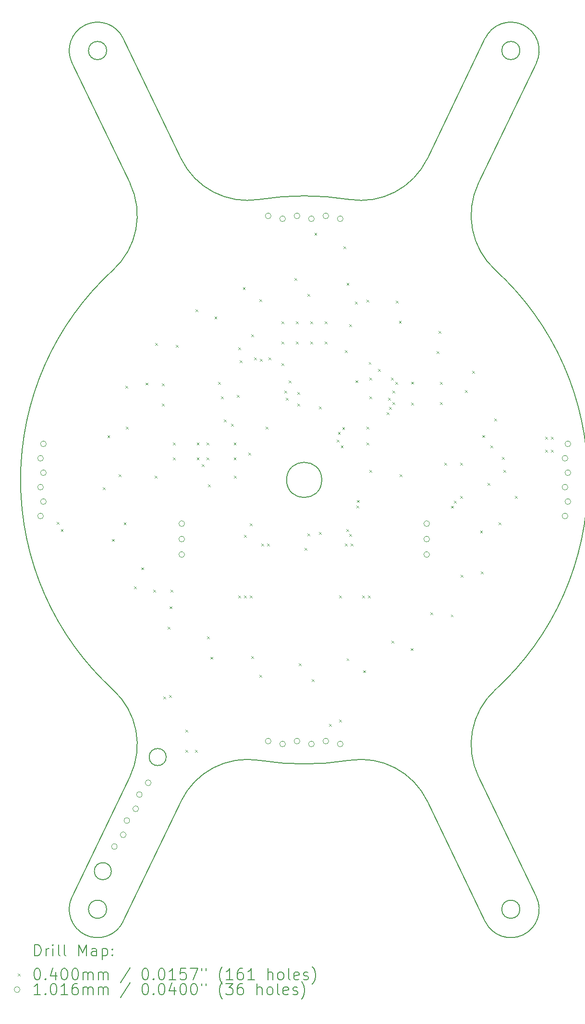
<source format=gbr>
%FSLAX45Y45*%
G04 Gerber Fmt 4.5, Leading zero omitted, Abs format (unit mm)*
G04 Created by KiCad (PCBNEW (6.0.0-0)) date 2022-03-22 21:17:44*
%MOMM*%
%LPD*%
G01*
G04 APERTURE LIST*
%TA.AperFunction,Profile*%
%ADD10C,0.200000*%
%TD*%
%ADD11C,0.200000*%
%ADD12C,0.040000*%
%ADD13C,0.101600*%
G04 APERTURE END LIST*
D10*
X12883000Y-10134600D02*
G75*
G03*
X12883000Y-10134600I-310000J0D01*
G01*
X9205810Y-6438382D02*
G75*
G03*
X9501431Y-4912966I-875470J961017D01*
G01*
X16375546Y-17692640D02*
G75*
G03*
X16375546Y-17692640I-160000J0D01*
G01*
X15644569Y-4912966D02*
G75*
G03*
X15940190Y-6438382I1171091J-564399D01*
G01*
X9173189Y-17022498D02*
G75*
G03*
X9173189Y-17022498I-150000J0D01*
G01*
X16375546Y-2576561D02*
G75*
G03*
X16375546Y-2576561I-160000J0D01*
G01*
X15940190Y-13830818D02*
G75*
G03*
X15644569Y-15356234I875470J-961017D01*
G01*
X16665965Y-2793637D02*
X15644569Y-4912966D01*
X10402270Y-4478813D02*
G75*
G03*
X11779635Y-5197944I1171091J564399D01*
G01*
X9501431Y-4912966D02*
X8480035Y-2793637D01*
X15940190Y-13830818D02*
G75*
G03*
X15940190Y-6438382I-3367190J3696218D01*
G01*
X14743730Y-15790387D02*
G75*
G03*
X13366364Y-15071256I-1171091J-564399D01*
G01*
X9501431Y-15356234D02*
G75*
G03*
X9205810Y-13830818I-1171091J564399D01*
G01*
X10402270Y-15790387D02*
X9380874Y-17909716D01*
X15765126Y-17909716D02*
G75*
G03*
X16665965Y-17475563I450420J217077D01*
G01*
X14743730Y-4478813D02*
X15765126Y-2359484D01*
X11779635Y-15071256D02*
G75*
G03*
X13366364Y-15071256I793365J4936654D01*
G01*
X13366364Y-5197944D02*
G75*
G03*
X14743730Y-4478813I206275J1283531D01*
G01*
X8480035Y-17475563D02*
X9501431Y-15356234D01*
X9090454Y-17692640D02*
G75*
G03*
X9090454Y-17692640I-160000J0D01*
G01*
X9380874Y-2359484D02*
G75*
G03*
X8480035Y-2793637I-450420J-217077D01*
G01*
X15765126Y-17909716D02*
X14743730Y-15790387D01*
X8480035Y-17475563D02*
G75*
G03*
X9380874Y-17909716I450419J-217077D01*
G01*
X13366364Y-5197944D02*
G75*
G03*
X11779635Y-5197944I-793365J-4936654D01*
G01*
X10140249Y-15013096D02*
G75*
G03*
X10140249Y-15013096I-150000J0D01*
G01*
X15644569Y-15356234D02*
X16665965Y-17475563D01*
X9090454Y-2576561D02*
G75*
G03*
X9090454Y-2576561I-160000J0D01*
G01*
X16665965Y-2793637D02*
G75*
G03*
X15765126Y-2359484I-450420J217077D01*
G01*
X9205810Y-6438382D02*
G75*
G03*
X9205810Y-13830818I3367190J-3696218D01*
G01*
X9380874Y-2359484D02*
X10402270Y-4478813D01*
X11779635Y-15071256D02*
G75*
G03*
X10402270Y-15790387I-206275J-1283531D01*
G01*
D11*
D12*
X8209600Y-10876600D02*
X8249600Y-10916600D01*
X8249600Y-10876600D02*
X8209600Y-10916600D01*
X8282050Y-11003600D02*
X8322050Y-11043600D01*
X8322050Y-11003600D02*
X8282050Y-11043600D01*
X9022400Y-10267000D02*
X9062400Y-10307000D01*
X9062400Y-10267000D02*
X9022400Y-10307000D01*
X9103258Y-9348021D02*
X9143258Y-9388021D01*
X9143258Y-9348021D02*
X9103258Y-9388021D01*
X9182146Y-11175594D02*
X9222146Y-11215594D01*
X9222146Y-11175594D02*
X9182146Y-11215594D01*
X9301800Y-10038400D02*
X9341800Y-10078400D01*
X9341800Y-10038400D02*
X9301800Y-10078400D01*
X9392860Y-10882469D02*
X9432860Y-10922469D01*
X9432860Y-10882469D02*
X9392860Y-10922469D01*
X9419211Y-8481282D02*
X9459211Y-8521282D01*
X9459211Y-8481282D02*
X9419211Y-8521282D01*
X9432304Y-9199524D02*
X9472304Y-9239524D01*
X9472304Y-9199524D02*
X9432304Y-9239524D01*
X9571611Y-12011882D02*
X9611611Y-12051882D01*
X9611611Y-12011882D02*
X9571611Y-12051882D01*
X9699278Y-11674209D02*
X9739278Y-11714209D01*
X9739278Y-11674209D02*
X9699278Y-11714209D01*
X9775478Y-8423009D02*
X9815478Y-8463009D01*
X9815478Y-8423009D02*
X9775478Y-8463009D01*
X9911400Y-12070400D02*
X9951400Y-12110400D01*
X9951400Y-12070400D02*
X9911400Y-12110400D01*
X9936800Y-10063800D02*
X9976800Y-10103800D01*
X9976800Y-10063800D02*
X9936800Y-10103800D01*
X9948726Y-7725852D02*
X9988726Y-7765852D01*
X9988726Y-7725852D02*
X9948726Y-7765852D01*
X10063800Y-8438200D02*
X10103800Y-8478200D01*
X10103800Y-8438200D02*
X10063800Y-8478200D01*
X10063800Y-8793800D02*
X10103800Y-8833800D01*
X10103800Y-8793800D02*
X10063800Y-8833800D01*
X10089200Y-13950000D02*
X10129200Y-13990000D01*
X10129200Y-13950000D02*
X10089200Y-13990000D01*
X10164252Y-12718874D02*
X10204252Y-12758874D01*
X10204252Y-12718874D02*
X10164252Y-12758874D01*
X10190800Y-13924600D02*
X10230800Y-13964600D01*
X10230800Y-13924600D02*
X10190800Y-13964600D01*
X10200173Y-12359664D02*
X10240173Y-12399664D01*
X10240173Y-12359664D02*
X10200173Y-12399664D01*
X10216200Y-12070400D02*
X10256200Y-12110400D01*
X10256200Y-12070400D02*
X10216200Y-12110400D01*
X10260000Y-9480000D02*
X10300000Y-9520000D01*
X10300000Y-9480000D02*
X10260000Y-9520000D01*
X10260000Y-9740000D02*
X10300000Y-9780000D01*
X10300000Y-9740000D02*
X10260000Y-9780000D01*
X10307936Y-7761773D02*
X10347936Y-7801773D01*
X10347936Y-7761773D02*
X10307936Y-7801773D01*
X10478328Y-14889800D02*
X10518328Y-14929800D01*
X10518328Y-14889800D02*
X10478328Y-14929800D01*
X10478836Y-14530800D02*
X10518836Y-14570800D01*
X10518836Y-14530800D02*
X10478836Y-14570800D01*
X10648000Y-14889800D02*
X10688000Y-14929800D01*
X10688000Y-14889800D02*
X10648000Y-14929800D01*
X10655718Y-7133211D02*
X10695718Y-7173211D01*
X10695718Y-7133211D02*
X10655718Y-7173211D01*
X10680000Y-9480000D02*
X10720000Y-9520000D01*
X10720000Y-9480000D02*
X10680000Y-9520000D01*
X10680000Y-9740000D02*
X10720000Y-9780000D01*
X10720000Y-9740000D02*
X10680000Y-9780000D01*
X10770000Y-9860000D02*
X10810000Y-9900000D01*
X10810000Y-9860000D02*
X10770000Y-9900000D01*
X10850000Y-9480000D02*
X10890000Y-9520000D01*
X10890000Y-9480000D02*
X10850000Y-9520000D01*
X10850000Y-9740000D02*
X10890000Y-9780000D01*
X10890000Y-9740000D02*
X10850000Y-9780000D01*
X10861409Y-12892122D02*
X10901409Y-12932122D01*
X10901409Y-12892122D02*
X10861409Y-12932122D01*
X10876600Y-10216200D02*
X10916600Y-10256200D01*
X10916600Y-10216200D02*
X10876600Y-10256200D01*
X10919682Y-13248389D02*
X10959682Y-13288389D01*
X10959682Y-13248389D02*
X10919682Y-13288389D01*
X10993391Y-7260878D02*
X11033391Y-7300878D01*
X11033391Y-7260878D02*
X10993391Y-7300878D01*
X11054400Y-8412800D02*
X11094400Y-8452800D01*
X11094400Y-8412800D02*
X11054400Y-8452800D01*
X11105200Y-8666800D02*
X11145200Y-8706800D01*
X11145200Y-8666800D02*
X11105200Y-8706800D01*
X11156000Y-9073200D02*
X11196000Y-9113200D01*
X11196000Y-9073200D02*
X11156000Y-9113200D01*
X11283000Y-9149400D02*
X11323000Y-9189400D01*
X11323000Y-9149400D02*
X11283000Y-9189400D01*
X11330000Y-9480000D02*
X11370000Y-9520000D01*
X11370000Y-9480000D02*
X11330000Y-9520000D01*
X11330000Y-9740000D02*
X11370000Y-9780000D01*
X11370000Y-9740000D02*
X11330000Y-9780000D01*
X11333800Y-10063800D02*
X11373800Y-10103800D01*
X11373800Y-10063800D02*
X11333800Y-10103800D01*
X11384600Y-8641400D02*
X11424600Y-8681400D01*
X11424600Y-8641400D02*
X11384600Y-8681400D01*
X11410000Y-7803200D02*
X11450000Y-7843200D01*
X11450000Y-7803200D02*
X11410000Y-7843200D01*
X11410000Y-12172000D02*
X11450000Y-12212000D01*
X11450000Y-12172000D02*
X11410000Y-12212000D01*
X11435400Y-8031800D02*
X11475400Y-8071800D01*
X11475400Y-8031800D02*
X11435400Y-8071800D01*
X11492006Y-6743746D02*
X11532006Y-6783746D01*
X11532006Y-6743746D02*
X11492006Y-6783746D01*
X11511600Y-11105200D02*
X11551600Y-11145200D01*
X11551600Y-11105200D02*
X11511600Y-11145200D01*
X11511600Y-12172000D02*
X11551600Y-12212000D01*
X11551600Y-12172000D02*
X11511600Y-12212000D01*
X11587800Y-9657400D02*
X11627800Y-9697400D01*
X11627800Y-9657400D02*
X11587800Y-9697400D01*
X11613200Y-10902000D02*
X11653200Y-10942000D01*
X11653200Y-10902000D02*
X11613200Y-10942000D01*
X11613200Y-12172000D02*
X11653200Y-12212000D01*
X11653200Y-12172000D02*
X11613200Y-12212000D01*
X11637924Y-13235296D02*
X11677924Y-13275296D01*
X11677924Y-13235296D02*
X11637924Y-13275296D01*
X11638600Y-7574600D02*
X11678600Y-7614600D01*
X11678600Y-7574600D02*
X11638600Y-7614600D01*
X11689400Y-7981000D02*
X11729400Y-8021000D01*
X11729400Y-7981000D02*
X11689400Y-8021000D01*
X11785131Y-6954460D02*
X11825131Y-6994460D01*
X11825131Y-6954460D02*
X11785131Y-6994460D01*
X11786421Y-13564342D02*
X11826421Y-13604342D01*
X11826421Y-13564342D02*
X11786421Y-13604342D01*
X11791000Y-8006400D02*
X11831000Y-8046400D01*
X11831000Y-8006400D02*
X11791000Y-8046400D01*
X11816400Y-11257600D02*
X11856400Y-11297600D01*
X11856400Y-11257600D02*
X11816400Y-11297600D01*
X11892600Y-9200200D02*
X11932600Y-9240200D01*
X11932600Y-9200200D02*
X11892600Y-9240200D01*
X11918000Y-11257600D02*
X11958000Y-11297600D01*
X11958000Y-11257600D02*
X11918000Y-11297600D01*
X11943400Y-7981000D02*
X11983400Y-8021000D01*
X11983400Y-7981000D02*
X11943400Y-8021000D01*
X12172000Y-7346000D02*
X12212000Y-7386000D01*
X12212000Y-7346000D02*
X12172000Y-7386000D01*
X12172000Y-7701600D02*
X12212000Y-7741600D01*
X12212000Y-7701600D02*
X12172000Y-7741600D01*
X12172000Y-8082600D02*
X12212000Y-8122600D01*
X12212000Y-8082600D02*
X12172000Y-8122600D01*
X12222800Y-8565200D02*
X12262800Y-8605200D01*
X12262800Y-8565200D02*
X12222800Y-8605200D01*
X12248200Y-8692200D02*
X12288200Y-8732200D01*
X12288200Y-8692200D02*
X12248200Y-8732200D01*
X12299000Y-8387400D02*
X12339000Y-8427400D01*
X12339000Y-8387400D02*
X12299000Y-8427400D01*
X12400600Y-6584000D02*
X12440600Y-6624000D01*
X12440600Y-6584000D02*
X12400600Y-6624000D01*
X12426000Y-7346000D02*
X12466000Y-7386000D01*
X12466000Y-7346000D02*
X12426000Y-7386000D01*
X12426000Y-7701600D02*
X12466000Y-7741600D01*
X12466000Y-7701600D02*
X12426000Y-7741600D01*
X12451400Y-8590600D02*
X12491400Y-8630600D01*
X12491400Y-8590600D02*
X12451400Y-8630600D01*
X12451400Y-8793800D02*
X12491400Y-8833800D01*
X12491400Y-8793800D02*
X12451400Y-8833800D01*
X12476800Y-13365800D02*
X12516800Y-13405800D01*
X12516800Y-13365800D02*
X12476800Y-13405800D01*
X12578400Y-11333800D02*
X12618400Y-11373800D01*
X12618400Y-11333800D02*
X12578400Y-11373800D01*
X12629200Y-6863400D02*
X12669200Y-6903400D01*
X12669200Y-6863400D02*
X12629200Y-6903400D01*
X12629200Y-11079800D02*
X12669200Y-11119800D01*
X12669200Y-11079800D02*
X12629200Y-11119800D01*
X12680000Y-7346000D02*
X12720000Y-7386000D01*
X12720000Y-7346000D02*
X12680000Y-7386000D01*
X12680000Y-7701600D02*
X12720000Y-7741600D01*
X12720000Y-7701600D02*
X12680000Y-7741600D01*
X12705400Y-13645200D02*
X12745400Y-13685200D01*
X12745400Y-13645200D02*
X12705400Y-13685200D01*
X12752450Y-5783470D02*
X12792450Y-5823470D01*
X12792450Y-5783470D02*
X12752450Y-5823470D01*
X12832400Y-11054400D02*
X12872400Y-11094400D01*
X12872400Y-11054400D02*
X12832400Y-11094400D01*
X12833600Y-8844600D02*
X12873600Y-8884600D01*
X12873600Y-8844600D02*
X12833600Y-8884600D01*
X12934000Y-7346000D02*
X12974000Y-7386000D01*
X12974000Y-7346000D02*
X12934000Y-7386000D01*
X12934000Y-7701600D02*
X12974000Y-7741600D01*
X12974000Y-7701600D02*
X12934000Y-7741600D01*
X13010200Y-14432600D02*
X13050200Y-14472600D01*
X13050200Y-14432600D02*
X13010200Y-14472600D01*
X13147550Y-9428800D02*
X13187550Y-9468800D01*
X13187550Y-9428800D02*
X13147550Y-9468800D01*
X13168770Y-9288770D02*
X13208770Y-9328770D01*
X13208770Y-9288770D02*
X13168770Y-9328770D01*
X13188000Y-12172000D02*
X13228000Y-12212000D01*
X13228000Y-12172000D02*
X13188000Y-12212000D01*
X13188000Y-14356400D02*
X13228000Y-14396400D01*
X13228000Y-14356400D02*
X13188000Y-14396400D01*
X13220000Y-9530000D02*
X13260000Y-9570000D01*
X13260000Y-9530000D02*
X13220000Y-9570000D01*
X13244550Y-9203770D02*
X13284550Y-9243770D01*
X13284550Y-9203770D02*
X13244550Y-9243770D01*
X13264200Y-6025200D02*
X13304200Y-6065200D01*
X13304200Y-6025200D02*
X13264200Y-6065200D01*
X13289600Y-7854000D02*
X13329600Y-7894000D01*
X13329600Y-7854000D02*
X13289600Y-7894000D01*
X13289600Y-11257600D02*
X13329600Y-11297600D01*
X13329600Y-11257600D02*
X13289600Y-11297600D01*
X13315000Y-11001060D02*
X13355000Y-11041060D01*
X13355000Y-11001060D02*
X13315000Y-11041060D01*
X13319579Y-6664858D02*
X13359579Y-6704858D01*
X13359579Y-6664858D02*
X13319579Y-6704858D01*
X13320869Y-13274740D02*
X13360869Y-13314740D01*
X13360869Y-13274740D02*
X13320869Y-13314740D01*
X13365800Y-7396800D02*
X13405800Y-7436800D01*
X13405800Y-7396800D02*
X13365800Y-7436800D01*
X13369186Y-11085048D02*
X13409186Y-11125048D01*
X13409186Y-11085048D02*
X13369186Y-11125048D01*
X13391200Y-11257600D02*
X13431200Y-11297600D01*
X13431200Y-11257600D02*
X13391200Y-11297600D01*
X13468076Y-6993904D02*
X13508076Y-7033904D01*
X13508076Y-6993904D02*
X13468076Y-7033904D01*
X13480000Y-8380000D02*
X13520000Y-8420000D01*
X13520000Y-8380000D02*
X13480000Y-8420000D01*
X13491745Y-10589609D02*
X13531745Y-10629609D01*
X13531745Y-10589609D02*
X13491745Y-10629609D01*
X13500000Y-10490000D02*
X13540000Y-10530000D01*
X13540000Y-10490000D02*
X13500000Y-10530000D01*
X13594400Y-12172000D02*
X13634400Y-12212000D01*
X13634400Y-12172000D02*
X13594400Y-12212000D01*
X13613994Y-13485454D02*
X13653994Y-13525454D01*
X13653994Y-13485454D02*
X13613994Y-13525454D01*
X13670600Y-6965000D02*
X13710600Y-7005000D01*
X13710600Y-6965000D02*
X13670600Y-7005000D01*
X13670600Y-9200200D02*
X13710600Y-9240200D01*
X13710600Y-9200200D02*
X13670600Y-9240200D01*
X13670600Y-9479600D02*
X13710600Y-9519600D01*
X13710600Y-9479600D02*
X13670600Y-9519600D01*
X13696000Y-12172000D02*
X13736000Y-12212000D01*
X13736000Y-12172000D02*
X13696000Y-12212000D01*
X13710000Y-8060000D02*
X13750000Y-8100000D01*
X13750000Y-8060000D02*
X13710000Y-8100000D01*
X13721400Y-8336600D02*
X13761400Y-8376600D01*
X13761400Y-8336600D02*
X13721400Y-8376600D01*
X13721400Y-8666800D02*
X13761400Y-8706800D01*
X13761400Y-8666800D02*
X13721400Y-8706800D01*
X13721400Y-9962200D02*
X13761400Y-10002200D01*
X13761400Y-9962200D02*
X13721400Y-10002200D01*
X13873800Y-8184200D02*
X13913800Y-8224200D01*
X13913800Y-8184200D02*
X13873800Y-8224200D01*
X14026200Y-8946200D02*
X14066200Y-8986200D01*
X14066200Y-8946200D02*
X14026200Y-8986200D01*
X14051600Y-8692200D02*
X14091600Y-8732200D01*
X14091600Y-8692200D02*
X14051600Y-8732200D01*
X14070418Y-8850237D02*
X14110418Y-8890237D01*
X14110418Y-8850237D02*
X14070418Y-8890237D01*
X14102400Y-8336600D02*
X14142400Y-8376600D01*
X14142400Y-8336600D02*
X14102400Y-8376600D01*
X14112609Y-12968322D02*
X14152609Y-13008322D01*
X14152609Y-12968322D02*
X14112609Y-13008322D01*
X14127800Y-8565200D02*
X14167800Y-8605200D01*
X14167800Y-8565200D02*
X14127800Y-8605200D01*
X14127800Y-8768400D02*
X14167800Y-8808400D01*
X14167800Y-8768400D02*
X14127800Y-8808400D01*
X14178600Y-8412800D02*
X14218600Y-8452800D01*
X14218600Y-8412800D02*
X14178600Y-8452800D01*
X14186318Y-6980811D02*
X14226318Y-7020811D01*
X14226318Y-6980811D02*
X14186318Y-7020811D01*
X14244591Y-7337078D02*
X14284591Y-7377078D01*
X14284591Y-7337078D02*
X14244591Y-7377078D01*
X14254800Y-10038400D02*
X14294800Y-10078400D01*
X14294800Y-10038400D02*
X14254800Y-10078400D01*
X14450282Y-13095989D02*
X14490282Y-13135989D01*
X14490282Y-13095989D02*
X14450282Y-13135989D01*
X14458762Y-8405688D02*
X14498762Y-8445688D01*
X14498762Y-8405688D02*
X14458762Y-8445688D01*
X14458762Y-8775512D02*
X14498762Y-8815512D01*
X14498762Y-8775512D02*
X14458762Y-8815512D01*
X14798064Y-12467427D02*
X14838064Y-12507427D01*
X14838064Y-12467427D02*
X14798064Y-12507427D01*
X14905827Y-7869536D02*
X14945827Y-7909536D01*
X14945827Y-7869536D02*
X14905827Y-7909536D01*
X14941748Y-7510326D02*
X14981748Y-7550326D01*
X14981748Y-7510326D02*
X14941748Y-7550326D01*
X14966762Y-8412800D02*
X15006762Y-8452800D01*
X15006762Y-8412800D02*
X14966762Y-8452800D01*
X14966762Y-8768400D02*
X15006762Y-8808400D01*
X15006762Y-8768400D02*
X14966762Y-8808400D01*
X15042200Y-9835200D02*
X15082200Y-9875200D01*
X15082200Y-9835200D02*
X15042200Y-9875200D01*
X15157274Y-12503348D02*
X15197274Y-12543348D01*
X15197274Y-12503348D02*
X15157274Y-12543348D01*
X15160000Y-10590000D02*
X15200000Y-10630000D01*
X15200000Y-10590000D02*
X15160000Y-10630000D01*
X15210000Y-10500000D02*
X15250000Y-10540000D01*
X15250000Y-10500000D02*
X15210000Y-10540000D01*
X15321600Y-9835200D02*
X15361600Y-9875200D01*
X15361600Y-9835200D02*
X15321600Y-9875200D01*
X15321600Y-10419400D02*
X15361600Y-10459400D01*
X15361600Y-10419400D02*
X15321600Y-10459400D01*
X15330522Y-11806191D02*
X15370522Y-11846191D01*
X15370522Y-11806191D02*
X15330522Y-11846191D01*
X15406722Y-8554991D02*
X15446722Y-8594991D01*
X15446722Y-8554991D02*
X15406722Y-8594991D01*
X15534389Y-8217318D02*
X15574389Y-8257318D01*
X15574389Y-8217318D02*
X15534389Y-8257318D01*
X15673696Y-11029676D02*
X15713696Y-11069676D01*
X15713696Y-11029676D02*
X15673696Y-11069676D01*
X15686789Y-11747918D02*
X15726789Y-11787918D01*
X15726789Y-11747918D02*
X15686789Y-11787918D01*
X15713140Y-9346731D02*
X15753140Y-9386731D01*
X15753140Y-9346731D02*
X15713140Y-9386731D01*
X15804200Y-10190800D02*
X15844200Y-10230800D01*
X15844200Y-10190800D02*
X15804200Y-10230800D01*
X15855000Y-9530400D02*
X15895000Y-9570400D01*
X15895000Y-9530400D02*
X15855000Y-9570400D01*
X15923854Y-9053606D02*
X15963854Y-9093606D01*
X15963854Y-9053606D02*
X15923854Y-9093606D01*
X16002742Y-10881179D02*
X16042742Y-10921179D01*
X16042742Y-10881179D02*
X16002742Y-10921179D01*
X16058200Y-9733600D02*
X16098200Y-9773600D01*
X16098200Y-9733600D02*
X16058200Y-9773600D01*
X16083600Y-9962200D02*
X16123600Y-10002200D01*
X16123600Y-9962200D02*
X16083600Y-10002200D01*
X16286800Y-10419400D02*
X16326800Y-10459400D01*
X16326800Y-10419400D02*
X16286800Y-10459400D01*
X16820200Y-9378000D02*
X16860200Y-9418000D01*
X16860200Y-9378000D02*
X16820200Y-9418000D01*
X16820200Y-9606600D02*
X16860200Y-9646600D01*
X16860200Y-9606600D02*
X16820200Y-9646600D01*
X16921800Y-9378000D02*
X16961800Y-9418000D01*
X16961800Y-9378000D02*
X16921800Y-9418000D01*
X16921800Y-9606600D02*
X16961800Y-9646600D01*
X16961800Y-9606600D02*
X16921800Y-9646600D01*
D13*
X7975600Y-9753600D02*
G75*
G03*
X7975600Y-9753600I-50800J0D01*
G01*
X7975600Y-10261600D02*
G75*
G03*
X7975600Y-10261600I-50800J0D01*
G01*
X7975600Y-10769600D02*
G75*
G03*
X7975600Y-10769600I-50800J0D01*
G01*
X8026400Y-9499600D02*
G75*
G03*
X8026400Y-9499600I-50800J0D01*
G01*
X8026400Y-10007600D02*
G75*
G03*
X8026400Y-10007600I-50800J0D01*
G01*
X8026400Y-10515600D02*
G75*
G03*
X8026400Y-10515600I-50800J0D01*
G01*
X9277539Y-16588569D02*
G75*
G03*
X9277539Y-16588569I-50800J0D01*
G01*
X9433463Y-16381725D02*
G75*
G03*
X9433463Y-16381725I-50800J0D01*
G01*
X9497838Y-16130822D02*
G75*
G03*
X9497838Y-16130822I-50800J0D01*
G01*
X9653762Y-15923978D02*
G75*
G03*
X9653762Y-15923978I-50800J0D01*
G01*
X9718137Y-15673075D02*
G75*
G03*
X9718137Y-15673075I-50800J0D01*
G01*
X9874061Y-15466231D02*
G75*
G03*
X9874061Y-15466231I-50800J0D01*
G01*
X10464800Y-10904220D02*
G75*
G03*
X10464800Y-10904220I-50800J0D01*
G01*
X10464800Y-11176000D02*
G75*
G03*
X10464800Y-11176000I-50800J0D01*
G01*
X10464800Y-11447780D02*
G75*
G03*
X10464800Y-11447780I-50800J0D01*
G01*
X11988800Y-5486400D02*
G75*
G03*
X11988800Y-5486400I-50800J0D01*
G01*
X11988800Y-14732000D02*
G75*
G03*
X11988800Y-14732000I-50800J0D01*
G01*
X12242800Y-5537200D02*
G75*
G03*
X12242800Y-5537200I-50800J0D01*
G01*
X12242800Y-14782800D02*
G75*
G03*
X12242800Y-14782800I-50800J0D01*
G01*
X12496800Y-5486400D02*
G75*
G03*
X12496800Y-5486400I-50800J0D01*
G01*
X12496800Y-14732000D02*
G75*
G03*
X12496800Y-14732000I-50800J0D01*
G01*
X12750800Y-5537200D02*
G75*
G03*
X12750800Y-5537200I-50800J0D01*
G01*
X12750800Y-14782800D02*
G75*
G03*
X12750800Y-14782800I-50800J0D01*
G01*
X13004800Y-5486400D02*
G75*
G03*
X13004800Y-5486400I-50800J0D01*
G01*
X13004800Y-14732000D02*
G75*
G03*
X13004800Y-14732000I-50800J0D01*
G01*
X13258800Y-5537200D02*
G75*
G03*
X13258800Y-5537200I-50800J0D01*
G01*
X13258800Y-14782800D02*
G75*
G03*
X13258800Y-14782800I-50800J0D01*
G01*
X14782800Y-10904220D02*
G75*
G03*
X14782800Y-10904220I-50800J0D01*
G01*
X14782800Y-11176000D02*
G75*
G03*
X14782800Y-11176000I-50800J0D01*
G01*
X14782800Y-11447780D02*
G75*
G03*
X14782800Y-11447780I-50800J0D01*
G01*
X17221200Y-9753600D02*
G75*
G03*
X17221200Y-9753600I-50800J0D01*
G01*
X17221200Y-10261600D02*
G75*
G03*
X17221200Y-10261600I-50800J0D01*
G01*
X17221200Y-10769600D02*
G75*
G03*
X17221200Y-10769600I-50800J0D01*
G01*
X17272000Y-9499600D02*
G75*
G03*
X17272000Y-9499600I-50800J0D01*
G01*
X17272000Y-10007600D02*
G75*
G03*
X17272000Y-10007600I-50800J0D01*
G01*
X17272000Y-10515600D02*
G75*
G03*
X17272000Y-10515600I-50800J0D01*
G01*
D11*
X7820619Y-18513116D02*
X7820619Y-18313116D01*
X7868238Y-18313116D01*
X7896809Y-18322640D01*
X7915857Y-18341687D01*
X7925381Y-18360735D01*
X7934905Y-18398830D01*
X7934905Y-18427402D01*
X7925381Y-18465497D01*
X7915857Y-18484544D01*
X7896809Y-18503592D01*
X7868238Y-18513116D01*
X7820619Y-18513116D01*
X8020619Y-18513116D02*
X8020619Y-18379783D01*
X8020619Y-18417878D02*
X8030143Y-18398830D01*
X8039667Y-18389306D01*
X8058714Y-18379783D01*
X8077762Y-18379783D01*
X8144428Y-18513116D02*
X8144428Y-18379783D01*
X8144428Y-18313116D02*
X8134905Y-18322640D01*
X8144428Y-18332164D01*
X8153952Y-18322640D01*
X8144428Y-18313116D01*
X8144428Y-18332164D01*
X8268238Y-18513116D02*
X8249190Y-18503592D01*
X8239667Y-18484544D01*
X8239667Y-18313116D01*
X8373000Y-18513116D02*
X8353952Y-18503592D01*
X8344428Y-18484544D01*
X8344428Y-18313116D01*
X8601571Y-18513116D02*
X8601571Y-18313116D01*
X8668238Y-18455973D01*
X8734905Y-18313116D01*
X8734905Y-18513116D01*
X8915857Y-18513116D02*
X8915857Y-18408354D01*
X8906333Y-18389306D01*
X8887286Y-18379783D01*
X8849190Y-18379783D01*
X8830143Y-18389306D01*
X8915857Y-18503592D02*
X8896810Y-18513116D01*
X8849190Y-18513116D01*
X8830143Y-18503592D01*
X8820619Y-18484544D01*
X8820619Y-18465497D01*
X8830143Y-18446449D01*
X8849190Y-18436925D01*
X8896810Y-18436925D01*
X8915857Y-18427402D01*
X9011095Y-18379783D02*
X9011095Y-18579783D01*
X9011095Y-18389306D02*
X9030143Y-18379783D01*
X9068238Y-18379783D01*
X9087286Y-18389306D01*
X9096810Y-18398830D01*
X9106333Y-18417878D01*
X9106333Y-18475021D01*
X9096810Y-18494068D01*
X9087286Y-18503592D01*
X9068238Y-18513116D01*
X9030143Y-18513116D01*
X9011095Y-18503592D01*
X9192048Y-18494068D02*
X9201571Y-18503592D01*
X9192048Y-18513116D01*
X9182524Y-18503592D01*
X9192048Y-18494068D01*
X9192048Y-18513116D01*
X9192048Y-18389306D02*
X9201571Y-18398830D01*
X9192048Y-18408354D01*
X9182524Y-18398830D01*
X9192048Y-18389306D01*
X9192048Y-18408354D01*
D12*
X7523000Y-18822640D02*
X7563000Y-18862640D01*
X7563000Y-18822640D02*
X7523000Y-18862640D01*
D11*
X7858714Y-18733116D02*
X7877762Y-18733116D01*
X7896809Y-18742640D01*
X7906333Y-18752164D01*
X7915857Y-18771211D01*
X7925381Y-18809306D01*
X7925381Y-18856925D01*
X7915857Y-18895021D01*
X7906333Y-18914068D01*
X7896809Y-18923592D01*
X7877762Y-18933116D01*
X7858714Y-18933116D01*
X7839667Y-18923592D01*
X7830143Y-18914068D01*
X7820619Y-18895021D01*
X7811095Y-18856925D01*
X7811095Y-18809306D01*
X7820619Y-18771211D01*
X7830143Y-18752164D01*
X7839667Y-18742640D01*
X7858714Y-18733116D01*
X8011095Y-18914068D02*
X8020619Y-18923592D01*
X8011095Y-18933116D01*
X8001571Y-18923592D01*
X8011095Y-18914068D01*
X8011095Y-18933116D01*
X8192048Y-18799783D02*
X8192048Y-18933116D01*
X8144428Y-18723592D02*
X8096809Y-18866449D01*
X8220619Y-18866449D01*
X8334905Y-18733116D02*
X8353952Y-18733116D01*
X8373000Y-18742640D01*
X8382524Y-18752164D01*
X8392048Y-18771211D01*
X8401571Y-18809306D01*
X8401571Y-18856925D01*
X8392048Y-18895021D01*
X8382524Y-18914068D01*
X8373000Y-18923592D01*
X8353952Y-18933116D01*
X8334905Y-18933116D01*
X8315857Y-18923592D01*
X8306333Y-18914068D01*
X8296809Y-18895021D01*
X8287286Y-18856925D01*
X8287286Y-18809306D01*
X8296809Y-18771211D01*
X8306333Y-18752164D01*
X8315857Y-18742640D01*
X8334905Y-18733116D01*
X8525381Y-18733116D02*
X8544429Y-18733116D01*
X8563476Y-18742640D01*
X8573000Y-18752164D01*
X8582524Y-18771211D01*
X8592048Y-18809306D01*
X8592048Y-18856925D01*
X8582524Y-18895021D01*
X8573000Y-18914068D01*
X8563476Y-18923592D01*
X8544429Y-18933116D01*
X8525381Y-18933116D01*
X8506333Y-18923592D01*
X8496810Y-18914068D01*
X8487286Y-18895021D01*
X8477762Y-18856925D01*
X8477762Y-18809306D01*
X8487286Y-18771211D01*
X8496810Y-18752164D01*
X8506333Y-18742640D01*
X8525381Y-18733116D01*
X8677762Y-18933116D02*
X8677762Y-18799783D01*
X8677762Y-18818830D02*
X8687286Y-18809306D01*
X8706333Y-18799783D01*
X8734905Y-18799783D01*
X8753952Y-18809306D01*
X8763476Y-18828354D01*
X8763476Y-18933116D01*
X8763476Y-18828354D02*
X8773000Y-18809306D01*
X8792048Y-18799783D01*
X8820619Y-18799783D01*
X8839667Y-18809306D01*
X8849190Y-18828354D01*
X8849190Y-18933116D01*
X8944429Y-18933116D02*
X8944429Y-18799783D01*
X8944429Y-18818830D02*
X8953952Y-18809306D01*
X8973000Y-18799783D01*
X9001571Y-18799783D01*
X9020619Y-18809306D01*
X9030143Y-18828354D01*
X9030143Y-18933116D01*
X9030143Y-18828354D02*
X9039667Y-18809306D01*
X9058714Y-18799783D01*
X9087286Y-18799783D01*
X9106333Y-18809306D01*
X9115857Y-18828354D01*
X9115857Y-18933116D01*
X9506333Y-18723592D02*
X9334905Y-18980735D01*
X9763476Y-18733116D02*
X9782524Y-18733116D01*
X9801571Y-18742640D01*
X9811095Y-18752164D01*
X9820619Y-18771211D01*
X9830143Y-18809306D01*
X9830143Y-18856925D01*
X9820619Y-18895021D01*
X9811095Y-18914068D01*
X9801571Y-18923592D01*
X9782524Y-18933116D01*
X9763476Y-18933116D01*
X9744429Y-18923592D01*
X9734905Y-18914068D01*
X9725381Y-18895021D01*
X9715857Y-18856925D01*
X9715857Y-18809306D01*
X9725381Y-18771211D01*
X9734905Y-18752164D01*
X9744429Y-18742640D01*
X9763476Y-18733116D01*
X9915857Y-18914068D02*
X9925381Y-18923592D01*
X9915857Y-18933116D01*
X9906333Y-18923592D01*
X9915857Y-18914068D01*
X9915857Y-18933116D01*
X10049190Y-18733116D02*
X10068238Y-18733116D01*
X10087286Y-18742640D01*
X10096810Y-18752164D01*
X10106333Y-18771211D01*
X10115857Y-18809306D01*
X10115857Y-18856925D01*
X10106333Y-18895021D01*
X10096810Y-18914068D01*
X10087286Y-18923592D01*
X10068238Y-18933116D01*
X10049190Y-18933116D01*
X10030143Y-18923592D01*
X10020619Y-18914068D01*
X10011095Y-18895021D01*
X10001571Y-18856925D01*
X10001571Y-18809306D01*
X10011095Y-18771211D01*
X10020619Y-18752164D01*
X10030143Y-18742640D01*
X10049190Y-18733116D01*
X10306333Y-18933116D02*
X10192048Y-18933116D01*
X10249190Y-18933116D02*
X10249190Y-18733116D01*
X10230143Y-18761687D01*
X10211095Y-18780735D01*
X10192048Y-18790259D01*
X10487286Y-18733116D02*
X10392048Y-18733116D01*
X10382524Y-18828354D01*
X10392048Y-18818830D01*
X10411095Y-18809306D01*
X10458714Y-18809306D01*
X10477762Y-18818830D01*
X10487286Y-18828354D01*
X10496810Y-18847402D01*
X10496810Y-18895021D01*
X10487286Y-18914068D01*
X10477762Y-18923592D01*
X10458714Y-18933116D01*
X10411095Y-18933116D01*
X10392048Y-18923592D01*
X10382524Y-18914068D01*
X10563476Y-18733116D02*
X10696810Y-18733116D01*
X10611095Y-18933116D01*
X10763476Y-18733116D02*
X10763476Y-18771211D01*
X10839667Y-18733116D02*
X10839667Y-18771211D01*
X11134905Y-19009306D02*
X11125381Y-18999783D01*
X11106333Y-18971211D01*
X11096810Y-18952164D01*
X11087286Y-18923592D01*
X11077762Y-18875973D01*
X11077762Y-18837878D01*
X11087286Y-18790259D01*
X11096810Y-18761687D01*
X11106333Y-18742640D01*
X11125381Y-18714068D01*
X11134905Y-18704544D01*
X11315857Y-18933116D02*
X11201571Y-18933116D01*
X11258714Y-18933116D02*
X11258714Y-18733116D01*
X11239667Y-18761687D01*
X11220619Y-18780735D01*
X11201571Y-18790259D01*
X11487286Y-18733116D02*
X11449190Y-18733116D01*
X11430143Y-18742640D01*
X11420619Y-18752164D01*
X11401571Y-18780735D01*
X11392048Y-18818830D01*
X11392048Y-18895021D01*
X11401571Y-18914068D01*
X11411095Y-18923592D01*
X11430143Y-18933116D01*
X11468238Y-18933116D01*
X11487286Y-18923592D01*
X11496809Y-18914068D01*
X11506333Y-18895021D01*
X11506333Y-18847402D01*
X11496809Y-18828354D01*
X11487286Y-18818830D01*
X11468238Y-18809306D01*
X11430143Y-18809306D01*
X11411095Y-18818830D01*
X11401571Y-18828354D01*
X11392048Y-18847402D01*
X11696809Y-18933116D02*
X11582524Y-18933116D01*
X11639667Y-18933116D02*
X11639667Y-18733116D01*
X11620619Y-18761687D01*
X11601571Y-18780735D01*
X11582524Y-18790259D01*
X11934905Y-18933116D02*
X11934905Y-18733116D01*
X12020619Y-18933116D02*
X12020619Y-18828354D01*
X12011095Y-18809306D01*
X11992048Y-18799783D01*
X11963476Y-18799783D01*
X11944428Y-18809306D01*
X11934905Y-18818830D01*
X12144428Y-18933116D02*
X12125381Y-18923592D01*
X12115857Y-18914068D01*
X12106333Y-18895021D01*
X12106333Y-18837878D01*
X12115857Y-18818830D01*
X12125381Y-18809306D01*
X12144428Y-18799783D01*
X12173000Y-18799783D01*
X12192048Y-18809306D01*
X12201571Y-18818830D01*
X12211095Y-18837878D01*
X12211095Y-18895021D01*
X12201571Y-18914068D01*
X12192048Y-18923592D01*
X12173000Y-18933116D01*
X12144428Y-18933116D01*
X12325381Y-18933116D02*
X12306333Y-18923592D01*
X12296809Y-18904544D01*
X12296809Y-18733116D01*
X12477762Y-18923592D02*
X12458714Y-18933116D01*
X12420619Y-18933116D01*
X12401571Y-18923592D01*
X12392048Y-18904544D01*
X12392048Y-18828354D01*
X12401571Y-18809306D01*
X12420619Y-18799783D01*
X12458714Y-18799783D01*
X12477762Y-18809306D01*
X12487286Y-18828354D01*
X12487286Y-18847402D01*
X12392048Y-18866449D01*
X12563476Y-18923592D02*
X12582524Y-18933116D01*
X12620619Y-18933116D01*
X12639667Y-18923592D01*
X12649190Y-18904544D01*
X12649190Y-18895021D01*
X12639667Y-18875973D01*
X12620619Y-18866449D01*
X12592048Y-18866449D01*
X12573000Y-18856925D01*
X12563476Y-18837878D01*
X12563476Y-18828354D01*
X12573000Y-18809306D01*
X12592048Y-18799783D01*
X12620619Y-18799783D01*
X12639667Y-18809306D01*
X12715857Y-19009306D02*
X12725381Y-18999783D01*
X12744428Y-18971211D01*
X12753952Y-18952164D01*
X12763476Y-18923592D01*
X12773000Y-18875973D01*
X12773000Y-18837878D01*
X12763476Y-18790259D01*
X12753952Y-18761687D01*
X12744428Y-18742640D01*
X12725381Y-18714068D01*
X12715857Y-18704544D01*
D13*
X7563000Y-19106640D02*
G75*
G03*
X7563000Y-19106640I-50800J0D01*
G01*
D11*
X7925381Y-19197116D02*
X7811095Y-19197116D01*
X7868238Y-19197116D02*
X7868238Y-18997116D01*
X7849190Y-19025687D01*
X7830143Y-19044735D01*
X7811095Y-19054259D01*
X8011095Y-19178068D02*
X8020619Y-19187592D01*
X8011095Y-19197116D01*
X8001571Y-19187592D01*
X8011095Y-19178068D01*
X8011095Y-19197116D01*
X8144428Y-18997116D02*
X8163476Y-18997116D01*
X8182524Y-19006640D01*
X8192048Y-19016164D01*
X8201571Y-19035211D01*
X8211095Y-19073306D01*
X8211095Y-19120925D01*
X8201571Y-19159021D01*
X8192048Y-19178068D01*
X8182524Y-19187592D01*
X8163476Y-19197116D01*
X8144428Y-19197116D01*
X8125381Y-19187592D01*
X8115857Y-19178068D01*
X8106333Y-19159021D01*
X8096809Y-19120925D01*
X8096809Y-19073306D01*
X8106333Y-19035211D01*
X8115857Y-19016164D01*
X8125381Y-19006640D01*
X8144428Y-18997116D01*
X8401571Y-19197116D02*
X8287286Y-19197116D01*
X8344428Y-19197116D02*
X8344428Y-18997116D01*
X8325381Y-19025687D01*
X8306333Y-19044735D01*
X8287286Y-19054259D01*
X8573000Y-18997116D02*
X8534905Y-18997116D01*
X8515857Y-19006640D01*
X8506333Y-19016164D01*
X8487286Y-19044735D01*
X8477762Y-19082830D01*
X8477762Y-19159021D01*
X8487286Y-19178068D01*
X8496810Y-19187592D01*
X8515857Y-19197116D01*
X8553952Y-19197116D01*
X8573000Y-19187592D01*
X8582524Y-19178068D01*
X8592048Y-19159021D01*
X8592048Y-19111402D01*
X8582524Y-19092354D01*
X8573000Y-19082830D01*
X8553952Y-19073306D01*
X8515857Y-19073306D01*
X8496810Y-19082830D01*
X8487286Y-19092354D01*
X8477762Y-19111402D01*
X8677762Y-19197116D02*
X8677762Y-19063783D01*
X8677762Y-19082830D02*
X8687286Y-19073306D01*
X8706333Y-19063783D01*
X8734905Y-19063783D01*
X8753952Y-19073306D01*
X8763476Y-19092354D01*
X8763476Y-19197116D01*
X8763476Y-19092354D02*
X8773000Y-19073306D01*
X8792048Y-19063783D01*
X8820619Y-19063783D01*
X8839667Y-19073306D01*
X8849190Y-19092354D01*
X8849190Y-19197116D01*
X8944429Y-19197116D02*
X8944429Y-19063783D01*
X8944429Y-19082830D02*
X8953952Y-19073306D01*
X8973000Y-19063783D01*
X9001571Y-19063783D01*
X9020619Y-19073306D01*
X9030143Y-19092354D01*
X9030143Y-19197116D01*
X9030143Y-19092354D02*
X9039667Y-19073306D01*
X9058714Y-19063783D01*
X9087286Y-19063783D01*
X9106333Y-19073306D01*
X9115857Y-19092354D01*
X9115857Y-19197116D01*
X9506333Y-18987592D02*
X9334905Y-19244735D01*
X9763476Y-18997116D02*
X9782524Y-18997116D01*
X9801571Y-19006640D01*
X9811095Y-19016164D01*
X9820619Y-19035211D01*
X9830143Y-19073306D01*
X9830143Y-19120925D01*
X9820619Y-19159021D01*
X9811095Y-19178068D01*
X9801571Y-19187592D01*
X9782524Y-19197116D01*
X9763476Y-19197116D01*
X9744429Y-19187592D01*
X9734905Y-19178068D01*
X9725381Y-19159021D01*
X9715857Y-19120925D01*
X9715857Y-19073306D01*
X9725381Y-19035211D01*
X9734905Y-19016164D01*
X9744429Y-19006640D01*
X9763476Y-18997116D01*
X9915857Y-19178068D02*
X9925381Y-19187592D01*
X9915857Y-19197116D01*
X9906333Y-19187592D01*
X9915857Y-19178068D01*
X9915857Y-19197116D01*
X10049190Y-18997116D02*
X10068238Y-18997116D01*
X10087286Y-19006640D01*
X10096810Y-19016164D01*
X10106333Y-19035211D01*
X10115857Y-19073306D01*
X10115857Y-19120925D01*
X10106333Y-19159021D01*
X10096810Y-19178068D01*
X10087286Y-19187592D01*
X10068238Y-19197116D01*
X10049190Y-19197116D01*
X10030143Y-19187592D01*
X10020619Y-19178068D01*
X10011095Y-19159021D01*
X10001571Y-19120925D01*
X10001571Y-19073306D01*
X10011095Y-19035211D01*
X10020619Y-19016164D01*
X10030143Y-19006640D01*
X10049190Y-18997116D01*
X10287286Y-19063783D02*
X10287286Y-19197116D01*
X10239667Y-18987592D02*
X10192048Y-19130449D01*
X10315857Y-19130449D01*
X10430143Y-18997116D02*
X10449190Y-18997116D01*
X10468238Y-19006640D01*
X10477762Y-19016164D01*
X10487286Y-19035211D01*
X10496810Y-19073306D01*
X10496810Y-19120925D01*
X10487286Y-19159021D01*
X10477762Y-19178068D01*
X10468238Y-19187592D01*
X10449190Y-19197116D01*
X10430143Y-19197116D01*
X10411095Y-19187592D01*
X10401571Y-19178068D01*
X10392048Y-19159021D01*
X10382524Y-19120925D01*
X10382524Y-19073306D01*
X10392048Y-19035211D01*
X10401571Y-19016164D01*
X10411095Y-19006640D01*
X10430143Y-18997116D01*
X10620619Y-18997116D02*
X10639667Y-18997116D01*
X10658714Y-19006640D01*
X10668238Y-19016164D01*
X10677762Y-19035211D01*
X10687286Y-19073306D01*
X10687286Y-19120925D01*
X10677762Y-19159021D01*
X10668238Y-19178068D01*
X10658714Y-19187592D01*
X10639667Y-19197116D01*
X10620619Y-19197116D01*
X10601571Y-19187592D01*
X10592048Y-19178068D01*
X10582524Y-19159021D01*
X10573000Y-19120925D01*
X10573000Y-19073306D01*
X10582524Y-19035211D01*
X10592048Y-19016164D01*
X10601571Y-19006640D01*
X10620619Y-18997116D01*
X10763476Y-18997116D02*
X10763476Y-19035211D01*
X10839667Y-18997116D02*
X10839667Y-19035211D01*
X11134905Y-19273306D02*
X11125381Y-19263783D01*
X11106333Y-19235211D01*
X11096810Y-19216164D01*
X11087286Y-19187592D01*
X11077762Y-19139973D01*
X11077762Y-19101878D01*
X11087286Y-19054259D01*
X11096810Y-19025687D01*
X11106333Y-19006640D01*
X11125381Y-18978068D01*
X11134905Y-18968544D01*
X11192048Y-18997116D02*
X11315857Y-18997116D01*
X11249190Y-19073306D01*
X11277762Y-19073306D01*
X11296809Y-19082830D01*
X11306333Y-19092354D01*
X11315857Y-19111402D01*
X11315857Y-19159021D01*
X11306333Y-19178068D01*
X11296809Y-19187592D01*
X11277762Y-19197116D01*
X11220619Y-19197116D01*
X11201571Y-19187592D01*
X11192048Y-19178068D01*
X11487286Y-18997116D02*
X11449190Y-18997116D01*
X11430143Y-19006640D01*
X11420619Y-19016164D01*
X11401571Y-19044735D01*
X11392048Y-19082830D01*
X11392048Y-19159021D01*
X11401571Y-19178068D01*
X11411095Y-19187592D01*
X11430143Y-19197116D01*
X11468238Y-19197116D01*
X11487286Y-19187592D01*
X11496809Y-19178068D01*
X11506333Y-19159021D01*
X11506333Y-19111402D01*
X11496809Y-19092354D01*
X11487286Y-19082830D01*
X11468238Y-19073306D01*
X11430143Y-19073306D01*
X11411095Y-19082830D01*
X11401571Y-19092354D01*
X11392048Y-19111402D01*
X11744428Y-19197116D02*
X11744428Y-18997116D01*
X11830143Y-19197116D02*
X11830143Y-19092354D01*
X11820619Y-19073306D01*
X11801571Y-19063783D01*
X11773000Y-19063783D01*
X11753952Y-19073306D01*
X11744428Y-19082830D01*
X11953952Y-19197116D02*
X11934905Y-19187592D01*
X11925381Y-19178068D01*
X11915857Y-19159021D01*
X11915857Y-19101878D01*
X11925381Y-19082830D01*
X11934905Y-19073306D01*
X11953952Y-19063783D01*
X11982524Y-19063783D01*
X12001571Y-19073306D01*
X12011095Y-19082830D01*
X12020619Y-19101878D01*
X12020619Y-19159021D01*
X12011095Y-19178068D01*
X12001571Y-19187592D01*
X11982524Y-19197116D01*
X11953952Y-19197116D01*
X12134905Y-19197116D02*
X12115857Y-19187592D01*
X12106333Y-19168544D01*
X12106333Y-18997116D01*
X12287286Y-19187592D02*
X12268238Y-19197116D01*
X12230143Y-19197116D01*
X12211095Y-19187592D01*
X12201571Y-19168544D01*
X12201571Y-19092354D01*
X12211095Y-19073306D01*
X12230143Y-19063783D01*
X12268238Y-19063783D01*
X12287286Y-19073306D01*
X12296809Y-19092354D01*
X12296809Y-19111402D01*
X12201571Y-19130449D01*
X12373000Y-19187592D02*
X12392048Y-19197116D01*
X12430143Y-19197116D01*
X12449190Y-19187592D01*
X12458714Y-19168544D01*
X12458714Y-19159021D01*
X12449190Y-19139973D01*
X12430143Y-19130449D01*
X12401571Y-19130449D01*
X12382524Y-19120925D01*
X12373000Y-19101878D01*
X12373000Y-19092354D01*
X12382524Y-19073306D01*
X12401571Y-19063783D01*
X12430143Y-19063783D01*
X12449190Y-19073306D01*
X12525381Y-19273306D02*
X12534905Y-19263783D01*
X12553952Y-19235211D01*
X12563476Y-19216164D01*
X12573000Y-19187592D01*
X12582524Y-19139973D01*
X12582524Y-19101878D01*
X12573000Y-19054259D01*
X12563476Y-19025687D01*
X12553952Y-19006640D01*
X12534905Y-18978068D01*
X12525381Y-18968544D01*
M02*

</source>
